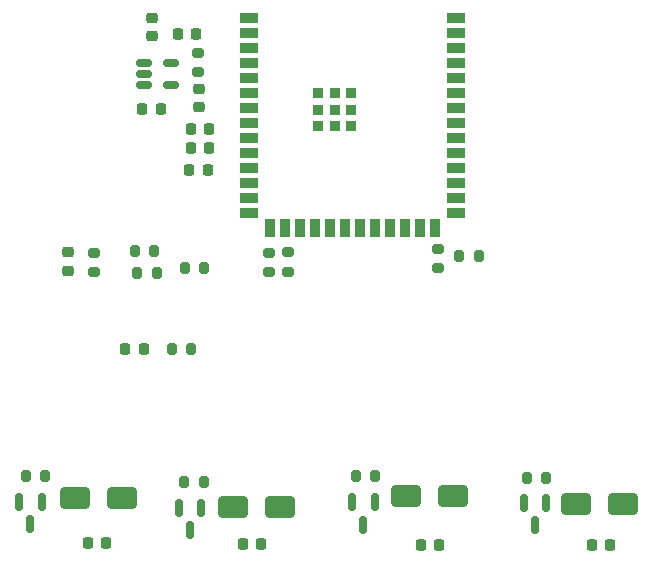
<source format=gbr>
%TF.GenerationSoftware,KiCad,Pcbnew,9.0.6*%
%TF.CreationDate,2025-11-30T21:08:30+05:30*%
%TF.ProjectId,Mini_Drone,4d696e69-5f44-4726-9f6e-652e6b696361,rev?*%
%TF.SameCoordinates,Original*%
%TF.FileFunction,Paste,Top*%
%TF.FilePolarity,Positive*%
%FSLAX46Y46*%
G04 Gerber Fmt 4.6, Leading zero omitted, Abs format (unit mm)*
G04 Created by KiCad (PCBNEW 9.0.6) date 2025-11-30 21:08:30*
%MOMM*%
%LPD*%
G01*
G04 APERTURE LIST*
G04 Aperture macros list*
%AMRoundRect*
0 Rectangle with rounded corners*
0 $1 Rounding radius*
0 $2 $3 $4 $5 $6 $7 $8 $9 X,Y pos of 4 corners*
0 Add a 4 corners polygon primitive as box body*
4,1,4,$2,$3,$4,$5,$6,$7,$8,$9,$2,$3,0*
0 Add four circle primitives for the rounded corners*
1,1,$1+$1,$2,$3*
1,1,$1+$1,$4,$5*
1,1,$1+$1,$6,$7*
1,1,$1+$1,$8,$9*
0 Add four rect primitives between the rounded corners*
20,1,$1+$1,$2,$3,$4,$5,0*
20,1,$1+$1,$4,$5,$6,$7,0*
20,1,$1+$1,$6,$7,$8,$9,0*
20,1,$1+$1,$8,$9,$2,$3,0*%
G04 Aperture macros list end*
%ADD10RoundRect,0.200000X0.275000X-0.200000X0.275000X0.200000X-0.275000X0.200000X-0.275000X-0.200000X0*%
%ADD11RoundRect,0.225000X-0.225000X-0.250000X0.225000X-0.250000X0.225000X0.250000X-0.225000X0.250000X0*%
%ADD12RoundRect,0.150000X-0.512500X-0.150000X0.512500X-0.150000X0.512500X0.150000X-0.512500X0.150000X0*%
%ADD13RoundRect,0.225000X0.225000X0.250000X-0.225000X0.250000X-0.225000X-0.250000X0.225000X-0.250000X0*%
%ADD14RoundRect,0.200000X-0.275000X0.200000X-0.275000X-0.200000X0.275000X-0.200000X0.275000X0.200000X0*%
%ADD15RoundRect,0.218750X-0.218750X-0.256250X0.218750X-0.256250X0.218750X0.256250X-0.218750X0.256250X0*%
%ADD16RoundRect,0.225000X-0.250000X0.225000X-0.250000X-0.225000X0.250000X-0.225000X0.250000X0.225000X0*%
%ADD17RoundRect,0.200000X-0.200000X-0.275000X0.200000X-0.275000X0.200000X0.275000X-0.200000X0.275000X0*%
%ADD18R,0.900000X0.900000*%
%ADD19R,1.500000X0.900000*%
%ADD20R,0.900000X1.500000*%
%ADD21RoundRect,0.200000X0.200000X0.275000X-0.200000X0.275000X-0.200000X-0.275000X0.200000X-0.275000X0*%
%ADD22RoundRect,0.150000X-0.150000X0.587500X-0.150000X-0.587500X0.150000X-0.587500X0.150000X0.587500X0*%
%ADD23RoundRect,0.225000X0.250000X-0.225000X0.250000X0.225000X-0.250000X0.225000X-0.250000X-0.225000X0*%
%ADD24RoundRect,0.250000X1.000000X0.650000X-1.000000X0.650000X-1.000000X-0.650000X1.000000X-0.650000X0*%
%ADD25RoundRect,0.218750X-0.256250X0.218750X-0.256250X-0.218750X0.256250X-0.218750X0.256250X0.218750X0*%
G04 APERTURE END LIST*
D10*
%TO.C,R9*%
X213910000Y-94735000D03*
X213910000Y-93085000D03*
%TD*%
D11*
%TO.C,C9*%
X206205000Y-74540000D03*
X207755000Y-74540000D03*
%TD*%
D12*
%TO.C,U3*%
X203352500Y-76980000D03*
X203352500Y-77930000D03*
X203352500Y-78880000D03*
X205627500Y-78880000D03*
X205627500Y-76980000D03*
%TD*%
D13*
%TO.C,C6*%
X242810000Y-117811250D03*
X241260000Y-117811250D03*
%TD*%
D14*
%TO.C,R1*%
X207880000Y-76135000D03*
X207880000Y-77785000D03*
%TD*%
D15*
%TO.C,D7*%
X207152500Y-86050000D03*
X208727500Y-86050000D03*
%TD*%
D14*
%TO.C,R3*%
X215530000Y-93055000D03*
X215530000Y-94705000D03*
%TD*%
D16*
%TO.C,C2*%
X204000000Y-73225000D03*
X204000000Y-74775000D03*
%TD*%
D13*
%TO.C,C4*%
X213241250Y-117781250D03*
X211691250Y-117781250D03*
%TD*%
D17*
%TO.C,R14*%
X206775000Y-94400000D03*
X208425000Y-94400000D03*
%TD*%
D18*
%TO.C,U1*%
X218100000Y-79560000D03*
X218100000Y-80960000D03*
X218100000Y-82360000D03*
X219500000Y-79560000D03*
X219500000Y-80960000D03*
X219500000Y-82360000D03*
X220900000Y-79560000D03*
X220900000Y-80960000D03*
X220900000Y-82360000D03*
D19*
X212250000Y-73240000D03*
X212250000Y-74510000D03*
X212250000Y-75780000D03*
X212250000Y-77050000D03*
X212250000Y-78320000D03*
X212250000Y-79590000D03*
X212250000Y-80860000D03*
X212250000Y-82130000D03*
X212250000Y-83400000D03*
X212250000Y-84670000D03*
X212250000Y-85940000D03*
X212250000Y-87210000D03*
X212250000Y-88480000D03*
X212250000Y-89750000D03*
D20*
X214015000Y-91000000D03*
X215285000Y-91000000D03*
X216555000Y-91000000D03*
X217825000Y-91000000D03*
X219095000Y-91000000D03*
X220365000Y-91000000D03*
X221635000Y-91000000D03*
X222905000Y-91000000D03*
X224175000Y-91000000D03*
X225445000Y-91000000D03*
X226715000Y-91000000D03*
X227985000Y-91000000D03*
D19*
X229750000Y-89750000D03*
X229750000Y-88480000D03*
X229750000Y-87210000D03*
X229750000Y-85940000D03*
X229750000Y-84670000D03*
X229750000Y-83400000D03*
X229750000Y-82130000D03*
X229750000Y-80860000D03*
X229750000Y-79590000D03*
X229750000Y-78320000D03*
X229750000Y-77050000D03*
X229750000Y-75780000D03*
X229750000Y-74510000D03*
X229750000Y-73240000D03*
%TD*%
D13*
%TO.C,C1*%
X228300000Y-117825000D03*
X226750000Y-117825000D03*
%TD*%
D21*
%TO.C,R5*%
X222905000Y-111986250D03*
X221255000Y-111986250D03*
%TD*%
%TO.C,R7*%
X237405000Y-112181250D03*
X235755000Y-112181250D03*
%TD*%
%TO.C,R4*%
X194992500Y-111957500D03*
X193342500Y-111957500D03*
%TD*%
D22*
%TO.C,Q3*%
X208166250Y-114703750D03*
X206266250Y-114703750D03*
X207216250Y-116578750D03*
%TD*%
D21*
%TO.C,R6*%
X208405000Y-112481250D03*
X206755000Y-112481250D03*
%TD*%
D17*
%TO.C,R12*%
X202575000Y-92900000D03*
X204225000Y-92900000D03*
%TD*%
D23*
%TO.C,C8*%
X207990000Y-80735000D03*
X207990000Y-79185000D03*
%TD*%
D10*
%TO.C,R11*%
X199100000Y-94725000D03*
X199100000Y-93075000D03*
%TD*%
D14*
%TO.C,R8*%
X228190000Y-92745000D03*
X228190000Y-94395000D03*
%TD*%
D22*
%TO.C,Q1*%
X194665000Y-114153750D03*
X192765000Y-114153750D03*
X193715000Y-116028750D03*
%TD*%
D15*
%TO.C,D1*%
X207302500Y-84200000D03*
X208877500Y-84200000D03*
%TD*%
D24*
%TO.C,D4*%
X243905000Y-114371250D03*
X239905000Y-114371250D03*
%TD*%
D22*
%TO.C,Q2*%
X222865000Y-114227500D03*
X220965000Y-114227500D03*
X221915000Y-116102500D03*
%TD*%
D24*
%TO.C,D6*%
X201492500Y-113867500D03*
X197492500Y-113867500D03*
%TD*%
D25*
%TO.C,D9*%
X196900000Y-93032500D03*
X196900000Y-94607500D03*
%TD*%
D13*
%TO.C,C5*%
X200110000Y-117681250D03*
X198560000Y-117681250D03*
%TD*%
D24*
%TO.C,D2*%
X229502500Y-113676250D03*
X225502500Y-113676250D03*
%TD*%
D15*
%TO.C,D8*%
X201727500Y-101240000D03*
X203302500Y-101240000D03*
%TD*%
D17*
%TO.C,R13*%
X202775000Y-94800000D03*
X204425000Y-94800000D03*
%TD*%
D21*
%TO.C,R2*%
X231675000Y-93400000D03*
X230025000Y-93400000D03*
%TD*%
D24*
%TO.C,D3*%
X214853750Y-114612500D03*
X210853750Y-114612500D03*
%TD*%
D15*
%TO.C,D5*%
X207282500Y-82590000D03*
X208857500Y-82590000D03*
%TD*%
D22*
%TO.C,Q4*%
X237395000Y-114273750D03*
X235495000Y-114273750D03*
X236445000Y-116148750D03*
%TD*%
D17*
%TO.C,R10*%
X205700000Y-101200000D03*
X207350000Y-101200000D03*
%TD*%
D13*
%TO.C,C3*%
X204755000Y-80950000D03*
X203205000Y-80950000D03*
%TD*%
M02*

</source>
